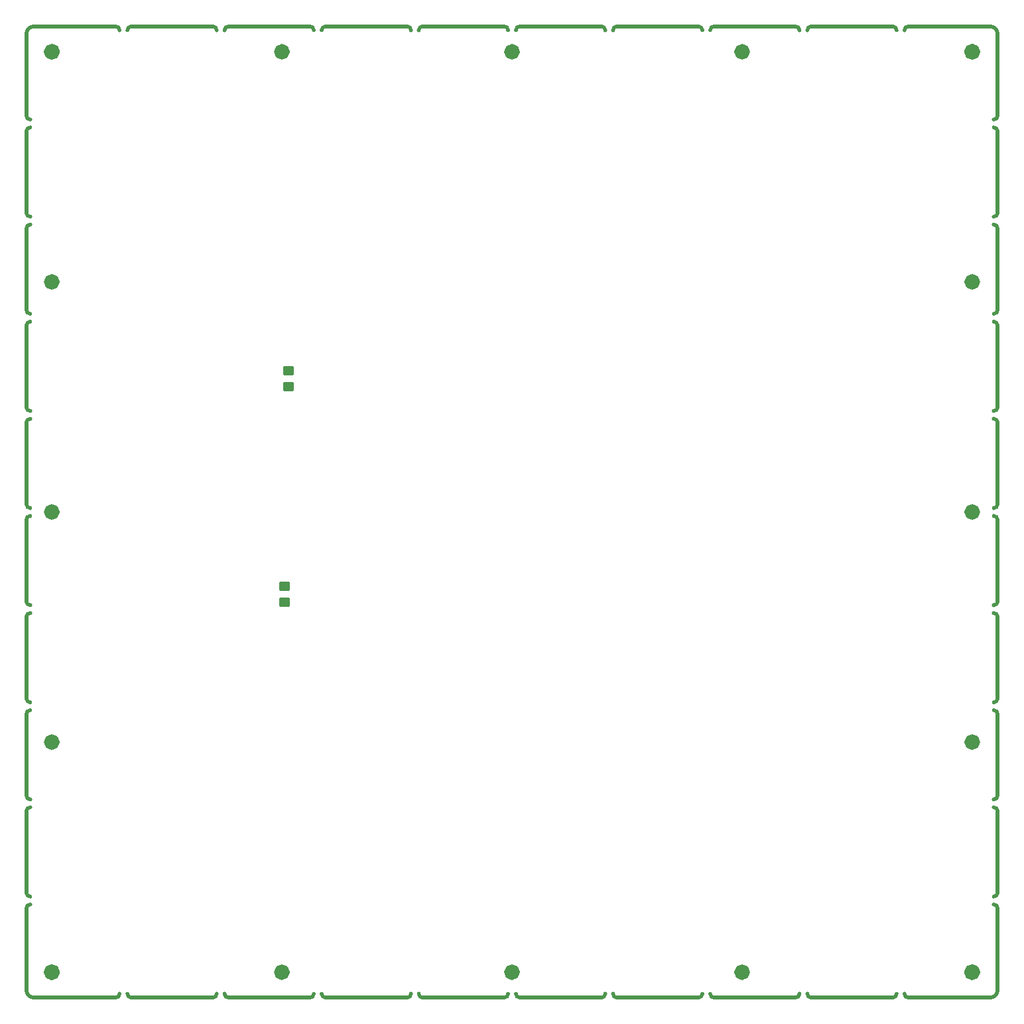
<source format=gtp>
G04 #@! TF.GenerationSoftware,KiCad,Pcbnew,9.0.1+1*
G04 #@! TF.CreationDate,2025-05-09T02:32:34+00:00*
G04 #@! TF.ProjectId,stencil,7374656e-6369-46c2-9e6b-696361645f70,rev?*
G04 #@! TF.SameCoordinates,Original*
G04 #@! TF.FileFunction,Paste,Top*
G04 #@! TF.FilePolarity,Positive*
%FSLAX46Y46*%
G04 Gerber Fmt 4.6, Leading zero omitted, Abs format (unit mm)*
G04 Created by KiCad (PCBNEW 9.0.1+1) date 2025-05-09 02:32:34*
%MOMM*%
%LPD*%
G01*
G04 APERTURE LIST*
G04 Aperture macros list*
%AMRoundRect*
0 Rectangle with rounded corners*
0 $1 Rounding radius*
0 $2 $3 $4 $5 $6 $7 $8 $9 X,Y pos of 4 corners*
0 Add a 4 corners polygon primitive as box body*
4,1,4,$2,$3,$4,$5,$6,$7,$8,$9,$2,$3,0*
0 Add four circle primitives for the rounded corners*
1,1,$1+$1,$2,$3*
1,1,$1+$1,$4,$5*
1,1,$1+$1,$6,$7*
1,1,$1+$1,$8,$9*
0 Add four rect primitives between the rounded corners*
20,1,$1+$1,$2,$3,$4,$5,0*
20,1,$1+$1,$4,$5,$6,$7,0*
20,1,$1+$1,$6,$7,$8,$9,0*
20,1,$1+$1,$8,$9,$2,$3,0*%
G04 Aperture macros list end*
%ADD10C,0.500000*%
%ADD11C,1.000000*%
%ADD12C,1.050000*%
%ADD13RoundRect,0.250000X0.450000X-0.350000X0.450000X0.350000X-0.450000X0.350000X-0.450000X-0.350000X0*%
G04 APERTURE END LIST*
D10*
X143000000Y-69500000D02*
G75*
G02*
X143500000Y-70000000I0J-500000D01*
G01*
X20000000Y-105700000D02*
G75*
G02*
X19500000Y-105200000I0J500000D01*
G01*
D11*
X23250000Y-39625000D02*
G75*
G02*
X22250000Y-39625000I-500000J0D01*
G01*
X22250000Y-39625000D02*
G75*
G02*
X23250000Y-39625000I500000J0D01*
G01*
D10*
X57700000Y-131000000D02*
X68100000Y-131000000D01*
X130100000Y-7000000D02*
G75*
G02*
X130600000Y-7500000I0J-500000D01*
G01*
X32900000Y-131000000D02*
G75*
G02*
X32400000Y-130500000I0J500000D01*
G01*
X19500000Y-8000000D02*
G75*
G02*
X20500000Y-7000000I1000000J0D01*
G01*
X105800000Y-130500000D02*
G75*
G02*
X105300000Y-131000000I-500000J0D01*
G01*
X56200000Y-130500000D02*
G75*
G02*
X55700000Y-131000000I-500000J0D01*
G01*
X132100000Y-131000000D02*
X142500000Y-131000000D01*
D11*
X52625000Y-10250000D02*
G75*
G02*
X51625000Y-10250000I-500000J0D01*
G01*
X51625000Y-10250000D02*
G75*
G02*
X52625000Y-10250000I500000J0D01*
G01*
D10*
X20000000Y-118100000D02*
G75*
G02*
X19500000Y-117600000I0J500000D01*
G01*
X19500000Y-82400000D02*
G75*
G02*
X20000000Y-81900000I500000J0D01*
G01*
X19500000Y-45200000D02*
X19500000Y-55600000D01*
X31400000Y-130500000D02*
G75*
G02*
X30900000Y-131000000I-500000J0D01*
G01*
D11*
X23250000Y-98375000D02*
G75*
G02*
X22250000Y-98375000I-500000J0D01*
G01*
X22250000Y-98375000D02*
G75*
G02*
X23250000Y-98375000I500000J0D01*
G01*
D12*
X23275000Y-10250000D02*
G75*
G02*
X22225000Y-10250000I-525000J0D01*
G01*
X22225000Y-10250000D02*
G75*
G02*
X23275000Y-10250000I525000J0D01*
G01*
D10*
X143500000Y-45200000D02*
X143500000Y-55600000D01*
X143500000Y-55600000D02*
G75*
G02*
X143000000Y-56100000I-500000J0D01*
G01*
X93400000Y-130500000D02*
G75*
G02*
X92900000Y-131000000I-500000J0D01*
G01*
X32400000Y-7500000D02*
G75*
G02*
X32900000Y-7000000I500000J0D01*
G01*
X81000000Y-130500000D02*
G75*
G02*
X80500000Y-131000000I-500000J0D01*
G01*
X20500000Y-131000000D02*
G75*
G02*
X19500000Y-130000000I0J1000000D01*
G01*
D12*
X140775000Y-127750000D02*
G75*
G02*
X139725000Y-127750000I-525000J0D01*
G01*
X139725000Y-127750000D02*
G75*
G02*
X140775000Y-127750000I525000J0D01*
G01*
D10*
X19500000Y-8000000D02*
X19500000Y-18400000D01*
D12*
X23275000Y-127750000D02*
G75*
G02*
X22225000Y-127750000I-525000J0D01*
G01*
X22225000Y-127750000D02*
G75*
G02*
X23275000Y-127750000I525000J0D01*
G01*
D11*
X82000000Y-127750000D02*
G75*
G02*
X81000000Y-127750000I-500000J0D01*
G01*
X81000000Y-127750000D02*
G75*
G02*
X82000000Y-127750000I500000J0D01*
G01*
D10*
X20000000Y-56100000D02*
G75*
G02*
X19500000Y-55600000I0J500000D01*
G01*
X119700000Y-131000000D02*
X130100000Y-131000000D01*
X82500000Y-131000000D02*
X92900000Y-131000000D01*
X19500000Y-107200000D02*
G75*
G02*
X20000000Y-106700000I500000J0D01*
G01*
X19500000Y-70000000D02*
X19500000Y-80400000D01*
X20000000Y-18900000D02*
G75*
G02*
X19500000Y-18400000I0J500000D01*
G01*
X143500000Y-130000000D02*
G75*
G02*
X142500000Y-131000000I-1000000J0D01*
G01*
X94900000Y-131000000D02*
G75*
G02*
X94400000Y-130500000I0J500000D01*
G01*
X143500000Y-32800000D02*
X143500000Y-43200000D01*
X143500000Y-30800000D02*
G75*
G02*
X143000000Y-31300000I-500000J0D01*
G01*
D11*
X111375000Y-127750000D02*
G75*
G02*
X110375000Y-127750000I-500000J0D01*
G01*
X110375000Y-127750000D02*
G75*
G02*
X111375000Y-127750000I500000J0D01*
G01*
D10*
X32900000Y-131000000D02*
X43300000Y-131000000D01*
X57700000Y-131000000D02*
G75*
G02*
X57200000Y-130500000I0J500000D01*
G01*
X69600000Y-7500000D02*
G75*
G02*
X70100000Y-7000000I500000J0D01*
G01*
X143500000Y-82400000D02*
X143500000Y-92800000D01*
X143000000Y-106700000D02*
G75*
G02*
X143500000Y-107200000I0J-500000D01*
G01*
X143500000Y-80400000D02*
G75*
G02*
X143000000Y-80900000I-500000J0D01*
G01*
X82500000Y-7000000D02*
X92900000Y-7000000D01*
X45300000Y-131000000D02*
G75*
G02*
X44800000Y-130500000I0J500000D01*
G01*
X70100000Y-7000000D02*
X80500000Y-7000000D01*
X82000000Y-7500000D02*
G75*
G02*
X82500000Y-7000000I500000J0D01*
G01*
X70100000Y-131000000D02*
G75*
G02*
X69600000Y-130500000I0J500000D01*
G01*
X143500000Y-70000000D02*
X143500000Y-80400000D01*
X43300000Y-7000000D02*
G75*
G02*
X43800000Y-7500000I0J-500000D01*
G01*
X19500000Y-119600000D02*
G75*
G02*
X20000000Y-119100000I500000J0D01*
G01*
X32900000Y-7000000D02*
X43300000Y-7000000D01*
X118200000Y-130500000D02*
G75*
G02*
X117700000Y-131000000I-500000J0D01*
G01*
D12*
X140775000Y-10250000D02*
G75*
G02*
X139725000Y-10250000I-525000J0D01*
G01*
X139725000Y-10250000D02*
G75*
G02*
X140775000Y-10250000I525000J0D01*
G01*
D10*
X82500000Y-131000000D02*
G75*
G02*
X82000000Y-130500000I0J500000D01*
G01*
D11*
X140750000Y-98375000D02*
G75*
G02*
X139750000Y-98375000I-500000J0D01*
G01*
X139750000Y-98375000D02*
G75*
G02*
X140750000Y-98375000I500000J0D01*
G01*
D10*
X143500000Y-8000000D02*
X143500000Y-18400000D01*
X107300000Y-131000000D02*
G75*
G02*
X106800000Y-130500000I0J500000D01*
G01*
D11*
X140750000Y-39625000D02*
G75*
G02*
X139750000Y-39625000I-500000J0D01*
G01*
X139750000Y-39625000D02*
G75*
G02*
X140750000Y-39625000I500000J0D01*
G01*
D10*
X19500000Y-20400000D02*
G75*
G02*
X20000000Y-19900000I500000J0D01*
G01*
X19500000Y-32800000D02*
X19500000Y-43200000D01*
X143500000Y-119600000D02*
X143500000Y-130000000D01*
X107300000Y-7000000D02*
X117700000Y-7000000D01*
X45300000Y-131000000D02*
X55700000Y-131000000D01*
X143500000Y-43200000D02*
G75*
G02*
X143000000Y-43700000I-500000J0D01*
G01*
X19500000Y-45200000D02*
G75*
G02*
X20000000Y-44700000I500000J0D01*
G01*
X143500000Y-92800000D02*
G75*
G02*
X143000000Y-93300000I-500000J0D01*
G01*
X94400000Y-7500000D02*
G75*
G02*
X94900000Y-7000000I500000J0D01*
G01*
X94900000Y-131000000D02*
X105300000Y-131000000D01*
X143500000Y-117600000D02*
G75*
G02*
X143000000Y-118100000I-500000J0D01*
G01*
X20000000Y-31300000D02*
G75*
G02*
X19500000Y-30800000I0J500000D01*
G01*
X143500000Y-105200000D02*
G75*
G02*
X143000000Y-105700000I-500000J0D01*
G01*
X20000000Y-68500000D02*
G75*
G02*
X19500000Y-68000000I0J500000D01*
G01*
X130600000Y-130500000D02*
G75*
G02*
X130100000Y-131000000I-500000J0D01*
G01*
X68100000Y-7000000D02*
G75*
G02*
X68600000Y-7500000I0J-500000D01*
G01*
D11*
X23250000Y-69000000D02*
G75*
G02*
X22250000Y-69000000I-500000J0D01*
G01*
X22250000Y-69000000D02*
G75*
G02*
X23250000Y-69000000I500000J0D01*
G01*
D10*
X132100000Y-7000000D02*
X142500000Y-7000000D01*
X19500000Y-119600000D02*
X19500000Y-130000000D01*
X20000000Y-93300000D02*
G75*
G02*
X19500000Y-92800000I0J500000D01*
G01*
X19500000Y-32800000D02*
G75*
G02*
X20000000Y-32300000I500000J0D01*
G01*
D11*
X111375000Y-10250000D02*
G75*
G02*
X110375000Y-10250000I-500000J0D01*
G01*
X110375000Y-10250000D02*
G75*
G02*
X111375000Y-10250000I500000J0D01*
G01*
D10*
X143000000Y-19900000D02*
G75*
G02*
X143500000Y-20400000I0J-500000D01*
G01*
X19500000Y-70000000D02*
G75*
G02*
X20000000Y-69500000I500000J0D01*
G01*
X143000000Y-119100000D02*
G75*
G02*
X143500000Y-119600000I0J-500000D01*
G01*
X20000000Y-80900000D02*
G75*
G02*
X19500000Y-80400000I0J500000D01*
G01*
X94900000Y-7000000D02*
X105300000Y-7000000D01*
D11*
X82000000Y-10250000D02*
G75*
G02*
X81000000Y-10250000I-500000J0D01*
G01*
X81000000Y-10250000D02*
G75*
G02*
X82000000Y-10250000I500000J0D01*
G01*
D10*
X143500000Y-18400000D02*
G75*
G02*
X143000000Y-18900000I-500000J0D01*
G01*
X43800000Y-130500000D02*
G75*
G02*
X43300000Y-131000000I-500000J0D01*
G01*
X55700000Y-7000000D02*
G75*
G02*
X56200000Y-7500000I0J-500000D01*
G01*
X143000000Y-44700000D02*
G75*
G02*
X143500000Y-45200000I0J-500000D01*
G01*
X57700000Y-7000000D02*
X68100000Y-7000000D01*
X92900000Y-7000000D02*
G75*
G02*
X93400000Y-7500000I0J-500000D01*
G01*
X20500000Y-131000000D02*
X30900000Y-131000000D01*
X143500000Y-20400000D02*
X143500000Y-30800000D01*
X30900000Y-7000000D02*
G75*
G02*
X31400000Y-7500000I0J-500000D01*
G01*
X19500000Y-94800000D02*
G75*
G02*
X20000000Y-94300000I500000J0D01*
G01*
X19500000Y-20400000D02*
X19500000Y-30800000D01*
X45300000Y-7000000D02*
X55700000Y-7000000D01*
X143500000Y-94800000D02*
X143500000Y-105200000D01*
X80500000Y-7000000D02*
G75*
G02*
X81000000Y-7500000I0J-500000D01*
G01*
X143500000Y-107200000D02*
X143500000Y-117600000D01*
X20000000Y-43700000D02*
G75*
G02*
X19500000Y-43200000I0J500000D01*
G01*
X143500000Y-57600000D02*
X143500000Y-68000000D01*
X142500000Y-7000000D02*
G75*
G02*
X143500000Y-8000000I0J-1000000D01*
G01*
X105300000Y-7000000D02*
G75*
G02*
X105800000Y-7500000I0J-500000D01*
G01*
X19500000Y-82400000D02*
X19500000Y-92800000D01*
X19500000Y-94800000D02*
X19500000Y-105200000D01*
X19500000Y-107200000D02*
X19500000Y-117600000D01*
X119200000Y-7500000D02*
G75*
G02*
X119700000Y-7000000I500000J0D01*
G01*
X143500000Y-68000000D02*
G75*
G02*
X143000000Y-68500000I-500000J0D01*
G01*
X143000000Y-81900000D02*
G75*
G02*
X143500000Y-82400000I0J-500000D01*
G01*
X19500000Y-57600000D02*
X19500000Y-68000000D01*
X132100000Y-131000000D02*
G75*
G02*
X131600000Y-130500000I0J500000D01*
G01*
X44800000Y-7500000D02*
G75*
G02*
X45300000Y-7000000I500000J0D01*
G01*
D11*
X52625000Y-127750000D02*
G75*
G02*
X51625000Y-127750000I-500000J0D01*
G01*
X51625000Y-127750000D02*
G75*
G02*
X52625000Y-127750000I500000J0D01*
G01*
D10*
X131600000Y-7500000D02*
G75*
G02*
X132100000Y-7000000I500000J0D01*
G01*
X117700000Y-7000000D02*
G75*
G02*
X118200000Y-7500000I0J-500000D01*
G01*
X119700000Y-131000000D02*
G75*
G02*
X119200000Y-130500000I0J500000D01*
G01*
X107300000Y-131000000D02*
X117700000Y-131000000D01*
X143000000Y-32300000D02*
G75*
G02*
X143500000Y-32800000I0J-500000D01*
G01*
D11*
X140750000Y-69000000D02*
G75*
G02*
X139750000Y-69000000I-500000J0D01*
G01*
X139750000Y-69000000D02*
G75*
G02*
X140750000Y-69000000I500000J0D01*
G01*
D10*
X57200000Y-7500000D02*
G75*
G02*
X57700000Y-7000000I500000J0D01*
G01*
X70100000Y-131000000D02*
X80500000Y-131000000D01*
X143000000Y-57100000D02*
G75*
G02*
X143500000Y-57600000I0J-500000D01*
G01*
X106800000Y-7500000D02*
G75*
G02*
X107300000Y-7000000I500000J0D01*
G01*
X19500000Y-57600000D02*
G75*
G02*
X20000000Y-57100000I500000J0D01*
G01*
X143000000Y-94300000D02*
G75*
G02*
X143500000Y-94800000I0J-500000D01*
G01*
X68600000Y-130500000D02*
G75*
G02*
X68100000Y-131000000I-500000J0D01*
G01*
X20500000Y-7000000D02*
X30900000Y-7000000D01*
X119700000Y-7000000D02*
X130100000Y-7000000D01*
D13*
G04 #@! TO.C,R2*
X53000000Y-53000000D03*
X53000000Y-51000000D03*
G04 #@! TD*
G04 #@! TO.C,R1*
X52500000Y-80500000D03*
X52500000Y-78500000D03*
G04 #@! TD*
M02*

</source>
